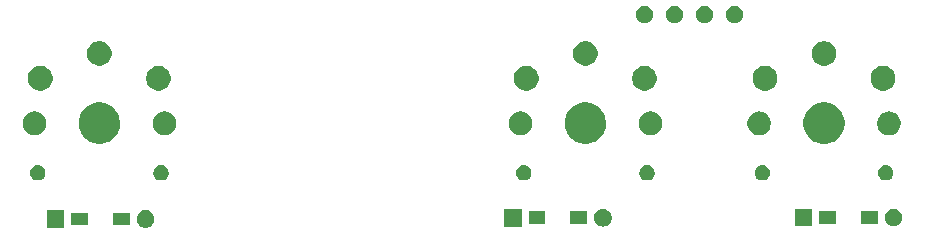
<source format=gbr>
G04 #@! TF.GenerationSoftware,KiCad,Pcbnew,(5.1.6-0-10_14)*
G04 #@! TF.CreationDate,2023-01-09T16:33:12+09:00*
G04 #@! TF.ProjectId,cool644,636f6f6c-3634-4342-9e6b-696361645f70,rev?*
G04 #@! TF.SameCoordinates,Original*
G04 #@! TF.FileFunction,Soldermask,Bot*
G04 #@! TF.FilePolarity,Negative*
%FSLAX46Y46*%
G04 Gerber Fmt 4.6, Leading zero omitted, Abs format (unit mm)*
G04 Created by KiCad (PCBNEW (5.1.6-0-10_14)) date 2023-01-09 16:33:12*
%MOMM*%
%LPD*%
G01*
G04 APERTURE LIST*
%ADD10C,0.100000*%
G04 APERTURE END LIST*
D10*
G36*
X129374425Y133695401D02*
G01*
X129498621Y133670698D01*
X129635022Y133614199D01*
X129757779Y133532175D01*
X129862175Y133427779D01*
X129944199Y133305022D01*
X130000698Y133168621D01*
X130029500Y133023819D01*
X130029500Y132876181D01*
X130000698Y132731379D01*
X129944199Y132594978D01*
X129862175Y132472221D01*
X129757779Y132367825D01*
X129635022Y132285801D01*
X129498621Y132229302D01*
X129374425Y132204599D01*
X129353820Y132200500D01*
X129206180Y132200500D01*
X129185575Y132204599D01*
X129061379Y132229302D01*
X128924978Y132285801D01*
X128802221Y132367825D01*
X128697825Y132472221D01*
X128615801Y132594978D01*
X128559302Y132731379D01*
X128530500Y132876181D01*
X128530500Y133023819D01*
X128559302Y133168621D01*
X128615801Y133305022D01*
X128697825Y133427779D01*
X128802221Y133532175D01*
X128924978Y133614199D01*
X129061379Y133670698D01*
X129185575Y133695401D01*
X129206180Y133699500D01*
X129353820Y133699500D01*
X129374425Y133695401D01*
G37*
G36*
X122409500Y132200500D02*
G01*
X120910500Y132200500D01*
X120910500Y133699500D01*
X122409500Y133699500D01*
X122409500Y132200500D01*
G37*
G36*
X168094425Y133805401D02*
G01*
X168218621Y133780698D01*
X168355022Y133724199D01*
X168477779Y133642175D01*
X168582175Y133537779D01*
X168664199Y133415022D01*
X168720698Y133278621D01*
X168749500Y133133819D01*
X168749500Y132986181D01*
X168720698Y132841379D01*
X168664199Y132704978D01*
X168582175Y132582221D01*
X168477779Y132477825D01*
X168355022Y132395801D01*
X168218621Y132339302D01*
X168094425Y132314599D01*
X168073820Y132310500D01*
X167926180Y132310500D01*
X167905575Y132314599D01*
X167781379Y132339302D01*
X167644978Y132395801D01*
X167522221Y132477825D01*
X167417825Y132582221D01*
X167335801Y132704978D01*
X167279302Y132841379D01*
X167250500Y132986181D01*
X167250500Y133133819D01*
X167279302Y133278621D01*
X167335801Y133415022D01*
X167417825Y133537779D01*
X167522221Y133642175D01*
X167644978Y133724199D01*
X167781379Y133780698D01*
X167905575Y133805401D01*
X167926180Y133809500D01*
X168073820Y133809500D01*
X168094425Y133805401D01*
G37*
G36*
X161129500Y132310500D02*
G01*
X159630500Y132310500D01*
X159630500Y133809500D01*
X161129500Y133809500D01*
X161129500Y132310500D01*
G37*
G36*
X185749500Y132320500D02*
G01*
X184250500Y132320500D01*
X184250500Y133819500D01*
X185749500Y133819500D01*
X185749500Y132320500D01*
G37*
G36*
X192714425Y133815401D02*
G01*
X192838621Y133790698D01*
X192975022Y133734199D01*
X193097779Y133652175D01*
X193202175Y133547779D01*
X193284199Y133425022D01*
X193340698Y133288621D01*
X193369500Y133143819D01*
X193369500Y132996181D01*
X193340698Y132851379D01*
X193284199Y132714978D01*
X193202175Y132592221D01*
X193097779Y132487825D01*
X192975022Y132405801D01*
X192838621Y132349302D01*
X192714425Y132324599D01*
X192693820Y132320500D01*
X192546180Y132320500D01*
X192525575Y132324599D01*
X192401379Y132349302D01*
X192264978Y132405801D01*
X192142221Y132487825D01*
X192037825Y132592221D01*
X191955801Y132714978D01*
X191899302Y132851379D01*
X191870500Y132996181D01*
X191870500Y133143819D01*
X191899302Y133288621D01*
X191955801Y133425022D01*
X192037825Y133547779D01*
X192142221Y133652175D01*
X192264978Y133734199D01*
X192401379Y133790698D01*
X192525575Y133815401D01*
X192546180Y133819500D01*
X192693820Y133819500D01*
X192714425Y133815401D01*
G37*
G36*
X127946000Y132424000D02*
G01*
X126544000Y132424000D01*
X126544000Y133476000D01*
X127946000Y133476000D01*
X127946000Y132424000D01*
G37*
G36*
X124396000Y132424000D02*
G01*
X122994000Y132424000D01*
X122994000Y133476000D01*
X124396000Y133476000D01*
X124396000Y132424000D01*
G37*
G36*
X163116000Y132534000D02*
G01*
X161714000Y132534000D01*
X161714000Y133586000D01*
X163116000Y133586000D01*
X163116000Y132534000D01*
G37*
G36*
X166666000Y132534000D02*
G01*
X165264000Y132534000D01*
X165264000Y133586000D01*
X166666000Y133586000D01*
X166666000Y132534000D01*
G37*
G36*
X187736000Y132544000D02*
G01*
X186334000Y132544000D01*
X186334000Y133596000D01*
X187736000Y133596000D01*
X187736000Y132544000D01*
G37*
G36*
X191286000Y132544000D02*
G01*
X189884000Y132544000D01*
X189884000Y133596000D01*
X191286000Y133596000D01*
X191286000Y132544000D01*
G37*
G36*
X181699890Y137485983D02*
G01*
X181818364Y137436909D01*
X181924988Y137365665D01*
X182015665Y137274988D01*
X182086909Y137168364D01*
X182135983Y137049890D01*
X182161000Y136924118D01*
X182161000Y136795882D01*
X182135983Y136670110D01*
X182086909Y136551636D01*
X182015665Y136445012D01*
X181924988Y136354335D01*
X181818364Y136283091D01*
X181818363Y136283090D01*
X181818362Y136283090D01*
X181699890Y136234017D01*
X181574119Y136209000D01*
X181445881Y136209000D01*
X181320110Y136234017D01*
X181201638Y136283090D01*
X181201637Y136283090D01*
X181201636Y136283091D01*
X181095012Y136354335D01*
X181004335Y136445012D01*
X180933091Y136551636D01*
X180884017Y136670110D01*
X180859000Y136795882D01*
X180859000Y136924118D01*
X180884017Y137049890D01*
X180933091Y137168364D01*
X181004335Y137274988D01*
X181095012Y137365665D01*
X181201636Y137436909D01*
X181320110Y137485983D01*
X181445881Y137511000D01*
X181574119Y137511000D01*
X181699890Y137485983D01*
G37*
G36*
X161499890Y137485983D02*
G01*
X161618364Y137436909D01*
X161724988Y137365665D01*
X161815665Y137274988D01*
X161886909Y137168364D01*
X161935983Y137049890D01*
X161961000Y136924118D01*
X161961000Y136795882D01*
X161935983Y136670110D01*
X161886909Y136551636D01*
X161815665Y136445012D01*
X161724988Y136354335D01*
X161618364Y136283091D01*
X161618363Y136283090D01*
X161618362Y136283090D01*
X161499890Y136234017D01*
X161374119Y136209000D01*
X161245881Y136209000D01*
X161120110Y136234017D01*
X161001638Y136283090D01*
X161001637Y136283090D01*
X161001636Y136283091D01*
X160895012Y136354335D01*
X160804335Y136445012D01*
X160733091Y136551636D01*
X160684017Y136670110D01*
X160659000Y136795882D01*
X160659000Y136924118D01*
X160684017Y137049890D01*
X160733091Y137168364D01*
X160804335Y137274988D01*
X160895012Y137365665D01*
X161001636Y137436909D01*
X161120110Y137485983D01*
X161245881Y137511000D01*
X161374119Y137511000D01*
X161499890Y137485983D01*
G37*
G36*
X171939890Y137485983D02*
G01*
X172058364Y137436909D01*
X172164988Y137365665D01*
X172255665Y137274988D01*
X172326909Y137168364D01*
X172375983Y137049890D01*
X172401000Y136924118D01*
X172401000Y136795882D01*
X172375983Y136670110D01*
X172326909Y136551636D01*
X172255665Y136445012D01*
X172164988Y136354335D01*
X172058364Y136283091D01*
X172058363Y136283090D01*
X172058362Y136283090D01*
X171939890Y136234017D01*
X171814119Y136209000D01*
X171685881Y136209000D01*
X171560110Y136234017D01*
X171441638Y136283090D01*
X171441637Y136283090D01*
X171441636Y136283091D01*
X171335012Y136354335D01*
X171244335Y136445012D01*
X171173091Y136551636D01*
X171124017Y136670110D01*
X171099000Y136795882D01*
X171099000Y136924118D01*
X171124017Y137049890D01*
X171173091Y137168364D01*
X171244335Y137274988D01*
X171335012Y137365665D01*
X171441636Y137436909D01*
X171560110Y137485983D01*
X171685881Y137511000D01*
X171814119Y137511000D01*
X171939890Y137485983D01*
G37*
G36*
X130789890Y137485983D02*
G01*
X130908364Y137436909D01*
X131014988Y137365665D01*
X131105665Y137274988D01*
X131176909Y137168364D01*
X131225983Y137049890D01*
X131251000Y136924118D01*
X131251000Y136795882D01*
X131225983Y136670110D01*
X131176909Y136551636D01*
X131105665Y136445012D01*
X131014988Y136354335D01*
X130908364Y136283091D01*
X130908363Y136283090D01*
X130908362Y136283090D01*
X130789890Y136234017D01*
X130664119Y136209000D01*
X130535881Y136209000D01*
X130410110Y136234017D01*
X130291638Y136283090D01*
X130291637Y136283090D01*
X130291636Y136283091D01*
X130185012Y136354335D01*
X130094335Y136445012D01*
X130023091Y136551636D01*
X129974017Y136670110D01*
X129949000Y136795882D01*
X129949000Y136924118D01*
X129974017Y137049890D01*
X130023091Y137168364D01*
X130094335Y137274988D01*
X130185012Y137365665D01*
X130291636Y137436909D01*
X130410110Y137485983D01*
X130535881Y137511000D01*
X130664119Y137511000D01*
X130789890Y137485983D01*
G37*
G36*
X120349890Y137485983D02*
G01*
X120468364Y137436909D01*
X120574988Y137365665D01*
X120665665Y137274988D01*
X120736909Y137168364D01*
X120785983Y137049890D01*
X120811000Y136924118D01*
X120811000Y136795882D01*
X120785983Y136670110D01*
X120736909Y136551636D01*
X120665665Y136445012D01*
X120574988Y136354335D01*
X120468364Y136283091D01*
X120468363Y136283090D01*
X120468362Y136283090D01*
X120349890Y136234017D01*
X120224119Y136209000D01*
X120095881Y136209000D01*
X119970110Y136234017D01*
X119851638Y136283090D01*
X119851637Y136283090D01*
X119851636Y136283091D01*
X119745012Y136354335D01*
X119654335Y136445012D01*
X119583091Y136551636D01*
X119534017Y136670110D01*
X119509000Y136795882D01*
X119509000Y136924118D01*
X119534017Y137049890D01*
X119583091Y137168364D01*
X119654335Y137274988D01*
X119745012Y137365665D01*
X119851636Y137436909D01*
X119970110Y137485983D01*
X120095881Y137511000D01*
X120224119Y137511000D01*
X120349890Y137485983D01*
G37*
G36*
X192139890Y137485983D02*
G01*
X192258364Y137436909D01*
X192364988Y137365665D01*
X192455665Y137274988D01*
X192526909Y137168364D01*
X192575983Y137049890D01*
X192601000Y136924118D01*
X192601000Y136795882D01*
X192575983Y136670110D01*
X192526909Y136551636D01*
X192455665Y136445012D01*
X192364988Y136354335D01*
X192258364Y136283091D01*
X192258363Y136283090D01*
X192258362Y136283090D01*
X192139890Y136234017D01*
X192014119Y136209000D01*
X191885881Y136209000D01*
X191760110Y136234017D01*
X191641638Y136283090D01*
X191641637Y136283090D01*
X191641636Y136283091D01*
X191535012Y136354335D01*
X191444335Y136445012D01*
X191373091Y136551636D01*
X191324017Y136670110D01*
X191299000Y136795882D01*
X191299000Y136924118D01*
X191324017Y137049890D01*
X191373091Y137168364D01*
X191444335Y137274988D01*
X191535012Y137365665D01*
X191641636Y137436909D01*
X191760110Y137485983D01*
X191885881Y137511000D01*
X192014119Y137511000D01*
X192139890Y137485983D01*
G37*
G36*
X125777985Y142766140D02*
G01*
X125890748Y142743710D01*
X126022741Y142689037D01*
X126209408Y142611717D01*
X126496196Y142420091D01*
X126740091Y142176196D01*
X126931717Y141889408D01*
X127009037Y141702741D01*
X127063710Y141570748D01*
X127070990Y141534149D01*
X127131000Y141232460D01*
X127131000Y140887540D01*
X127086140Y140662015D01*
X127070990Y140585849D01*
X127063710Y140549253D01*
X126931717Y140230592D01*
X126740091Y139943804D01*
X126496196Y139699909D01*
X126209408Y139508283D01*
X126022741Y139430963D01*
X125890748Y139376290D01*
X125777985Y139353860D01*
X125552460Y139309000D01*
X125207540Y139309000D01*
X124982015Y139353860D01*
X124869252Y139376290D01*
X124737259Y139430963D01*
X124550592Y139508283D01*
X124263804Y139699909D01*
X124019909Y139943804D01*
X123828283Y140230592D01*
X123696290Y140549253D01*
X123689011Y140585849D01*
X123673860Y140662015D01*
X123629000Y140887540D01*
X123629000Y141232460D01*
X123689010Y141534149D01*
X123696290Y141570748D01*
X123750963Y141702741D01*
X123828283Y141889408D01*
X124019909Y142176196D01*
X124263804Y142420091D01*
X124550592Y142611717D01*
X124737259Y142689037D01*
X124869252Y142743710D01*
X124982015Y142766140D01*
X125207540Y142811000D01*
X125552460Y142811000D01*
X125777985Y142766140D01*
G37*
G36*
X166927985Y142766140D02*
G01*
X167040748Y142743710D01*
X167172741Y142689037D01*
X167359408Y142611717D01*
X167646196Y142420091D01*
X167890091Y142176196D01*
X168081717Y141889408D01*
X168159037Y141702741D01*
X168213710Y141570748D01*
X168220990Y141534149D01*
X168281000Y141232460D01*
X168281000Y140887540D01*
X168236140Y140662015D01*
X168220990Y140585849D01*
X168213710Y140549253D01*
X168081717Y140230592D01*
X167890091Y139943804D01*
X167646196Y139699909D01*
X167359408Y139508283D01*
X167172741Y139430963D01*
X167040748Y139376290D01*
X166927985Y139353860D01*
X166702460Y139309000D01*
X166357540Y139309000D01*
X166132015Y139353860D01*
X166019252Y139376290D01*
X165887259Y139430963D01*
X165700592Y139508283D01*
X165413804Y139699909D01*
X165169909Y139943804D01*
X164978283Y140230592D01*
X164846290Y140549253D01*
X164839011Y140585849D01*
X164823860Y140662015D01*
X164779000Y140887540D01*
X164779000Y141232460D01*
X164839010Y141534149D01*
X164846290Y141570748D01*
X164900963Y141702741D01*
X164978283Y141889408D01*
X165169909Y142176196D01*
X165413804Y142420091D01*
X165700592Y142611717D01*
X165887259Y142689037D01*
X166019252Y142743710D01*
X166132015Y142766140D01*
X166357540Y142811000D01*
X166702460Y142811000D01*
X166927985Y142766140D01*
G37*
G36*
X187127985Y142766140D02*
G01*
X187240748Y142743710D01*
X187372741Y142689037D01*
X187559408Y142611717D01*
X187846196Y142420091D01*
X188090091Y142176196D01*
X188281717Y141889408D01*
X188359037Y141702741D01*
X188413710Y141570748D01*
X188420990Y141534149D01*
X188481000Y141232460D01*
X188481000Y140887540D01*
X188436140Y140662015D01*
X188420990Y140585849D01*
X188413710Y140549253D01*
X188281717Y140230592D01*
X188090091Y139943804D01*
X187846196Y139699909D01*
X187559408Y139508283D01*
X187372741Y139430963D01*
X187240748Y139376290D01*
X187127985Y139353860D01*
X186902460Y139309000D01*
X186557540Y139309000D01*
X186332015Y139353860D01*
X186219252Y139376290D01*
X186087259Y139430963D01*
X185900592Y139508283D01*
X185613804Y139699909D01*
X185369909Y139943804D01*
X185178283Y140230592D01*
X185046290Y140549253D01*
X185039011Y140585849D01*
X185023860Y140662015D01*
X184979000Y140887540D01*
X184979000Y141232460D01*
X185039010Y141534149D01*
X185046290Y141570748D01*
X185100963Y141702741D01*
X185178283Y141889408D01*
X185369909Y142176196D01*
X185613804Y142420091D01*
X185900592Y142611717D01*
X186087259Y142689037D01*
X186219252Y142743710D01*
X186332015Y142766140D01*
X186557540Y142811000D01*
X186902460Y142811000D01*
X187127985Y142766140D01*
G37*
G36*
X131075285Y142041766D02*
G01*
X131171981Y142022532D01*
X131354151Y141947074D01*
X131518100Y141837527D01*
X131657527Y141698100D01*
X131767074Y141534151D01*
X131842532Y141351981D01*
X131881000Y141158590D01*
X131881000Y140961410D01*
X131842532Y140768019D01*
X131767074Y140585849D01*
X131657527Y140421900D01*
X131518100Y140282473D01*
X131354151Y140172926D01*
X131171981Y140097468D01*
X131075285Y140078234D01*
X130978591Y140059000D01*
X130781409Y140059000D01*
X130684715Y140078234D01*
X130588019Y140097468D01*
X130405849Y140172926D01*
X130241900Y140282473D01*
X130102473Y140421900D01*
X129992926Y140585849D01*
X129917468Y140768019D01*
X129879000Y140961410D01*
X129879000Y141158590D01*
X129917468Y141351981D01*
X129992926Y141534151D01*
X130102473Y141698100D01*
X130241900Y141837527D01*
X130405849Y141947074D01*
X130588019Y142022532D01*
X130684715Y142041766D01*
X130781409Y142061000D01*
X130978591Y142061000D01*
X131075285Y142041766D01*
G37*
G36*
X172225285Y142041766D02*
G01*
X172321981Y142022532D01*
X172504151Y141947074D01*
X172668100Y141837527D01*
X172807527Y141698100D01*
X172917074Y141534151D01*
X172992532Y141351981D01*
X173031000Y141158590D01*
X173031000Y140961410D01*
X172992532Y140768019D01*
X172917074Y140585849D01*
X172807527Y140421900D01*
X172668100Y140282473D01*
X172504151Y140172926D01*
X172321981Y140097468D01*
X172225285Y140078234D01*
X172128591Y140059000D01*
X171931409Y140059000D01*
X171834715Y140078234D01*
X171738019Y140097468D01*
X171555849Y140172926D01*
X171391900Y140282473D01*
X171252473Y140421900D01*
X171142926Y140585849D01*
X171067468Y140768019D01*
X171029000Y140961410D01*
X171029000Y141158590D01*
X171067468Y141351981D01*
X171142926Y141534151D01*
X171252473Y141698100D01*
X171391900Y141837527D01*
X171555849Y141947074D01*
X171738019Y142022532D01*
X171834715Y142041766D01*
X171931409Y142061000D01*
X172128591Y142061000D01*
X172225285Y142041766D01*
G37*
G36*
X161225285Y142041766D02*
G01*
X161321981Y142022532D01*
X161504151Y141947074D01*
X161668100Y141837527D01*
X161807527Y141698100D01*
X161917074Y141534151D01*
X161992532Y141351981D01*
X162031000Y141158590D01*
X162031000Y140961410D01*
X161992532Y140768019D01*
X161917074Y140585849D01*
X161807527Y140421900D01*
X161668100Y140282473D01*
X161504151Y140172926D01*
X161321981Y140097468D01*
X161225285Y140078234D01*
X161128591Y140059000D01*
X160931409Y140059000D01*
X160834715Y140078234D01*
X160738019Y140097468D01*
X160555849Y140172926D01*
X160391900Y140282473D01*
X160252473Y140421900D01*
X160142926Y140585849D01*
X160067468Y140768019D01*
X160029000Y140961410D01*
X160029000Y141158590D01*
X160067468Y141351981D01*
X160142926Y141534151D01*
X160252473Y141698100D01*
X160391900Y141837527D01*
X160555849Y141947074D01*
X160738019Y142022532D01*
X160834715Y142041766D01*
X160931409Y142061000D01*
X161128591Y142061000D01*
X161225285Y142041766D01*
G37*
G36*
X181425285Y142041766D02*
G01*
X181521981Y142022532D01*
X181704151Y141947074D01*
X181868100Y141837527D01*
X182007527Y141698100D01*
X182117074Y141534151D01*
X182192532Y141351981D01*
X182231000Y141158590D01*
X182231000Y140961410D01*
X182192532Y140768019D01*
X182117074Y140585849D01*
X182007527Y140421900D01*
X181868100Y140282473D01*
X181704151Y140172926D01*
X181521981Y140097468D01*
X181425285Y140078234D01*
X181328591Y140059000D01*
X181131409Y140059000D01*
X181034715Y140078234D01*
X180938019Y140097468D01*
X180755849Y140172926D01*
X180591900Y140282473D01*
X180452473Y140421900D01*
X180342926Y140585849D01*
X180267468Y140768019D01*
X180229000Y140961410D01*
X180229000Y141158590D01*
X180267468Y141351981D01*
X180342926Y141534151D01*
X180452473Y141698100D01*
X180591900Y141837527D01*
X180755849Y141947074D01*
X180938019Y142022532D01*
X181034715Y142041766D01*
X181131409Y142061000D01*
X181328591Y142061000D01*
X181425285Y142041766D01*
G37*
G36*
X192425285Y142041766D02*
G01*
X192521981Y142022532D01*
X192704151Y141947074D01*
X192868100Y141837527D01*
X193007527Y141698100D01*
X193117074Y141534151D01*
X193192532Y141351981D01*
X193231000Y141158590D01*
X193231000Y140961410D01*
X193192532Y140768019D01*
X193117074Y140585849D01*
X193007527Y140421900D01*
X192868100Y140282473D01*
X192704151Y140172926D01*
X192521981Y140097468D01*
X192425285Y140078234D01*
X192328591Y140059000D01*
X192131409Y140059000D01*
X192034715Y140078234D01*
X191938019Y140097468D01*
X191755849Y140172926D01*
X191591900Y140282473D01*
X191452473Y140421900D01*
X191342926Y140585849D01*
X191267468Y140768019D01*
X191229000Y140961410D01*
X191229000Y141158590D01*
X191267468Y141351981D01*
X191342926Y141534151D01*
X191452473Y141698100D01*
X191591900Y141837527D01*
X191755849Y141947074D01*
X191938019Y142022532D01*
X192034715Y142041766D01*
X192131409Y142061000D01*
X192328591Y142061000D01*
X192425285Y142041766D01*
G37*
G36*
X120075285Y142041766D02*
G01*
X120171981Y142022532D01*
X120354151Y141947074D01*
X120518100Y141837527D01*
X120657527Y141698100D01*
X120767074Y141534151D01*
X120842532Y141351981D01*
X120881000Y141158590D01*
X120881000Y140961410D01*
X120842532Y140768019D01*
X120767074Y140585849D01*
X120657527Y140421900D01*
X120518100Y140282473D01*
X120354151Y140172926D01*
X120171981Y140097468D01*
X120075285Y140078234D01*
X119978591Y140059000D01*
X119781409Y140059000D01*
X119684715Y140078234D01*
X119588019Y140097468D01*
X119405849Y140172926D01*
X119241900Y140282473D01*
X119102473Y140421900D01*
X118992926Y140585849D01*
X118917468Y140768019D01*
X118879000Y140961410D01*
X118879000Y141158590D01*
X118917468Y141351981D01*
X118992926Y141534151D01*
X119102473Y141698100D01*
X119241900Y141837527D01*
X119405849Y141947074D01*
X119588019Y142022532D01*
X119684715Y142041766D01*
X119781409Y142061000D01*
X119978591Y142061000D01*
X120075285Y142041766D01*
G37*
G36*
X171836564Y145870611D02*
G01*
X172027833Y145791385D01*
X172027835Y145791384D01*
X172199973Y145676365D01*
X172346365Y145529973D01*
X172461385Y145357833D01*
X172540611Y145166564D01*
X172581000Y144963516D01*
X172581000Y144756484D01*
X172540611Y144553436D01*
X172461385Y144362167D01*
X172461384Y144362165D01*
X172346365Y144190027D01*
X172199973Y144043635D01*
X172027835Y143928616D01*
X172027834Y143928615D01*
X172027833Y143928615D01*
X171836564Y143849389D01*
X171633516Y143809000D01*
X171426484Y143809000D01*
X171223436Y143849389D01*
X171032167Y143928615D01*
X171032166Y143928615D01*
X171032165Y143928616D01*
X170860027Y144043635D01*
X170713635Y144190027D01*
X170598616Y144362165D01*
X170598615Y144362167D01*
X170519389Y144553436D01*
X170479000Y144756484D01*
X170479000Y144963516D01*
X170519389Y145166564D01*
X170598615Y145357833D01*
X170713635Y145529973D01*
X170860027Y145676365D01*
X171032165Y145791384D01*
X171032167Y145791385D01*
X171223436Y145870611D01*
X171426484Y145911000D01*
X171633516Y145911000D01*
X171836564Y145870611D01*
G37*
G36*
X120686564Y145870611D02*
G01*
X120877833Y145791385D01*
X120877835Y145791384D01*
X121049973Y145676365D01*
X121196365Y145529973D01*
X121311385Y145357833D01*
X121390611Y145166564D01*
X121431000Y144963516D01*
X121431000Y144756484D01*
X121390611Y144553436D01*
X121311385Y144362167D01*
X121311384Y144362165D01*
X121196365Y144190027D01*
X121049973Y144043635D01*
X120877835Y143928616D01*
X120877834Y143928615D01*
X120877833Y143928615D01*
X120686564Y143849389D01*
X120483516Y143809000D01*
X120276484Y143809000D01*
X120073436Y143849389D01*
X119882167Y143928615D01*
X119882166Y143928615D01*
X119882165Y143928616D01*
X119710027Y144043635D01*
X119563635Y144190027D01*
X119448616Y144362165D01*
X119448615Y144362167D01*
X119369389Y144553436D01*
X119329000Y144756484D01*
X119329000Y144963516D01*
X119369389Y145166564D01*
X119448615Y145357833D01*
X119563635Y145529973D01*
X119710027Y145676365D01*
X119882165Y145791384D01*
X119882167Y145791385D01*
X120073436Y145870611D01*
X120276484Y145911000D01*
X120483516Y145911000D01*
X120686564Y145870611D01*
G37*
G36*
X161836564Y145870611D02*
G01*
X162027833Y145791385D01*
X162027835Y145791384D01*
X162199973Y145676365D01*
X162346365Y145529973D01*
X162461385Y145357833D01*
X162540611Y145166564D01*
X162581000Y144963516D01*
X162581000Y144756484D01*
X162540611Y144553436D01*
X162461385Y144362167D01*
X162461384Y144362165D01*
X162346365Y144190027D01*
X162199973Y144043635D01*
X162027835Y143928616D01*
X162027834Y143928615D01*
X162027833Y143928615D01*
X161836564Y143849389D01*
X161633516Y143809000D01*
X161426484Y143809000D01*
X161223436Y143849389D01*
X161032167Y143928615D01*
X161032166Y143928615D01*
X161032165Y143928616D01*
X160860027Y144043635D01*
X160713635Y144190027D01*
X160598616Y144362165D01*
X160598615Y144362167D01*
X160519389Y144553436D01*
X160479000Y144756484D01*
X160479000Y144963516D01*
X160519389Y145166564D01*
X160598615Y145357833D01*
X160713635Y145529973D01*
X160860027Y145676365D01*
X161032165Y145791384D01*
X161032167Y145791385D01*
X161223436Y145870611D01*
X161426484Y145911000D01*
X161633516Y145911000D01*
X161836564Y145870611D01*
G37*
G36*
X192036564Y145870611D02*
G01*
X192227833Y145791385D01*
X192227835Y145791384D01*
X192399973Y145676365D01*
X192546365Y145529973D01*
X192661385Y145357833D01*
X192740611Y145166564D01*
X192781000Y144963516D01*
X192781000Y144756484D01*
X192740611Y144553436D01*
X192661385Y144362167D01*
X192661384Y144362165D01*
X192546365Y144190027D01*
X192399973Y144043635D01*
X192227835Y143928616D01*
X192227834Y143928615D01*
X192227833Y143928615D01*
X192036564Y143849389D01*
X191833516Y143809000D01*
X191626484Y143809000D01*
X191423436Y143849389D01*
X191232167Y143928615D01*
X191232166Y143928615D01*
X191232165Y143928616D01*
X191060027Y144043635D01*
X190913635Y144190027D01*
X190798616Y144362165D01*
X190798615Y144362167D01*
X190719389Y144553436D01*
X190679000Y144756484D01*
X190679000Y144963516D01*
X190719389Y145166564D01*
X190798615Y145357833D01*
X190913635Y145529973D01*
X191060027Y145676365D01*
X191232165Y145791384D01*
X191232167Y145791385D01*
X191423436Y145870611D01*
X191626484Y145911000D01*
X191833516Y145911000D01*
X192036564Y145870611D01*
G37*
G36*
X130686564Y145870611D02*
G01*
X130877833Y145791385D01*
X130877835Y145791384D01*
X131049973Y145676365D01*
X131196365Y145529973D01*
X131311385Y145357833D01*
X131390611Y145166564D01*
X131431000Y144963516D01*
X131431000Y144756484D01*
X131390611Y144553436D01*
X131311385Y144362167D01*
X131311384Y144362165D01*
X131196365Y144190027D01*
X131049973Y144043635D01*
X130877835Y143928616D01*
X130877834Y143928615D01*
X130877833Y143928615D01*
X130686564Y143849389D01*
X130483516Y143809000D01*
X130276484Y143809000D01*
X130073436Y143849389D01*
X129882167Y143928615D01*
X129882166Y143928615D01*
X129882165Y143928616D01*
X129710027Y144043635D01*
X129563635Y144190027D01*
X129448616Y144362165D01*
X129448615Y144362167D01*
X129369389Y144553436D01*
X129329000Y144756484D01*
X129329000Y144963516D01*
X129369389Y145166564D01*
X129448615Y145357833D01*
X129563635Y145529973D01*
X129710027Y145676365D01*
X129882165Y145791384D01*
X129882167Y145791385D01*
X130073436Y145870611D01*
X130276484Y145911000D01*
X130483516Y145911000D01*
X130686564Y145870611D01*
G37*
G36*
X182036564Y145870611D02*
G01*
X182227833Y145791385D01*
X182227835Y145791384D01*
X182399973Y145676365D01*
X182546365Y145529973D01*
X182661385Y145357833D01*
X182740611Y145166564D01*
X182781000Y144963516D01*
X182781000Y144756484D01*
X182740611Y144553436D01*
X182661385Y144362167D01*
X182661384Y144362165D01*
X182546365Y144190027D01*
X182399973Y144043635D01*
X182227835Y143928616D01*
X182227834Y143928615D01*
X182227833Y143928615D01*
X182036564Y143849389D01*
X181833516Y143809000D01*
X181626484Y143809000D01*
X181423436Y143849389D01*
X181232167Y143928615D01*
X181232166Y143928615D01*
X181232165Y143928616D01*
X181060027Y144043635D01*
X180913635Y144190027D01*
X180798616Y144362165D01*
X180798615Y144362167D01*
X180719389Y144553436D01*
X180679000Y144756484D01*
X180679000Y144963516D01*
X180719389Y145166564D01*
X180798615Y145357833D01*
X180913635Y145529973D01*
X181060027Y145676365D01*
X181232165Y145791384D01*
X181232167Y145791385D01*
X181423436Y145870611D01*
X181626484Y145911000D01*
X181833516Y145911000D01*
X182036564Y145870611D01*
G37*
G36*
X187036564Y147970611D02*
G01*
X187227833Y147891385D01*
X187227835Y147891384D01*
X187399973Y147776365D01*
X187546365Y147629973D01*
X187661385Y147457833D01*
X187740611Y147266564D01*
X187781000Y147063516D01*
X187781000Y146856484D01*
X187740611Y146653436D01*
X187661385Y146462167D01*
X187661384Y146462165D01*
X187546365Y146290027D01*
X187399973Y146143635D01*
X187227835Y146028616D01*
X187227834Y146028615D01*
X187227833Y146028615D01*
X187036564Y145949389D01*
X186833516Y145909000D01*
X186626484Y145909000D01*
X186423436Y145949389D01*
X186232167Y146028615D01*
X186232166Y146028615D01*
X186232165Y146028616D01*
X186060027Y146143635D01*
X185913635Y146290027D01*
X185798616Y146462165D01*
X185798615Y146462167D01*
X185719389Y146653436D01*
X185679000Y146856484D01*
X185679000Y147063516D01*
X185719389Y147266564D01*
X185798615Y147457833D01*
X185913635Y147629973D01*
X186060027Y147776365D01*
X186232165Y147891384D01*
X186232167Y147891385D01*
X186423436Y147970611D01*
X186626484Y148011000D01*
X186833516Y148011000D01*
X187036564Y147970611D01*
G37*
G36*
X125686564Y147970611D02*
G01*
X125877833Y147891385D01*
X125877835Y147891384D01*
X126049973Y147776365D01*
X126196365Y147629973D01*
X126311385Y147457833D01*
X126390611Y147266564D01*
X126431000Y147063516D01*
X126431000Y146856484D01*
X126390611Y146653436D01*
X126311385Y146462167D01*
X126311384Y146462165D01*
X126196365Y146290027D01*
X126049973Y146143635D01*
X125877835Y146028616D01*
X125877834Y146028615D01*
X125877833Y146028615D01*
X125686564Y145949389D01*
X125483516Y145909000D01*
X125276484Y145909000D01*
X125073436Y145949389D01*
X124882167Y146028615D01*
X124882166Y146028615D01*
X124882165Y146028616D01*
X124710027Y146143635D01*
X124563635Y146290027D01*
X124448616Y146462165D01*
X124448615Y146462167D01*
X124369389Y146653436D01*
X124329000Y146856484D01*
X124329000Y147063516D01*
X124369389Y147266564D01*
X124448615Y147457833D01*
X124563635Y147629973D01*
X124710027Y147776365D01*
X124882165Y147891384D01*
X124882167Y147891385D01*
X125073436Y147970611D01*
X125276484Y148011000D01*
X125483516Y148011000D01*
X125686564Y147970611D01*
G37*
G36*
X166836564Y147970611D02*
G01*
X167027833Y147891385D01*
X167027835Y147891384D01*
X167199973Y147776365D01*
X167346365Y147629973D01*
X167461385Y147457833D01*
X167540611Y147266564D01*
X167581000Y147063516D01*
X167581000Y146856484D01*
X167540611Y146653436D01*
X167461385Y146462167D01*
X167461384Y146462165D01*
X167346365Y146290027D01*
X167199973Y146143635D01*
X167027835Y146028616D01*
X167027834Y146028615D01*
X167027833Y146028615D01*
X166836564Y145949389D01*
X166633516Y145909000D01*
X166426484Y145909000D01*
X166223436Y145949389D01*
X166032167Y146028615D01*
X166032166Y146028615D01*
X166032165Y146028616D01*
X165860027Y146143635D01*
X165713635Y146290027D01*
X165598616Y146462165D01*
X165598615Y146462167D01*
X165519389Y146653436D01*
X165479000Y146856484D01*
X165479000Y147063516D01*
X165519389Y147266564D01*
X165598615Y147457833D01*
X165713635Y147629973D01*
X165860027Y147776365D01*
X166032165Y147891384D01*
X166032167Y147891385D01*
X166223436Y147970611D01*
X166426484Y148011000D01*
X166633516Y148011000D01*
X166836564Y147970611D01*
G37*
G36*
X171634425Y151015401D02*
G01*
X171758621Y150990698D01*
X171895022Y150934199D01*
X172017779Y150852175D01*
X172122175Y150747779D01*
X172204199Y150625022D01*
X172260698Y150488621D01*
X172289500Y150343819D01*
X172289500Y150196181D01*
X172260698Y150051379D01*
X172204199Y149914978D01*
X172122175Y149792221D01*
X172017779Y149687825D01*
X171895022Y149605801D01*
X171758621Y149549302D01*
X171634425Y149524599D01*
X171613820Y149520500D01*
X171466180Y149520500D01*
X171445575Y149524599D01*
X171321379Y149549302D01*
X171184978Y149605801D01*
X171062221Y149687825D01*
X170957825Y149792221D01*
X170875801Y149914978D01*
X170819302Y150051379D01*
X170790500Y150196181D01*
X170790500Y150343819D01*
X170819302Y150488621D01*
X170875801Y150625022D01*
X170957825Y150747779D01*
X171062221Y150852175D01*
X171184978Y150934199D01*
X171321379Y150990698D01*
X171445575Y151015401D01*
X171466180Y151019500D01*
X171613820Y151019500D01*
X171634425Y151015401D01*
G37*
G36*
X174174425Y151015401D02*
G01*
X174298621Y150990698D01*
X174435022Y150934199D01*
X174557779Y150852175D01*
X174662175Y150747779D01*
X174744199Y150625022D01*
X174800698Y150488621D01*
X174829500Y150343819D01*
X174829500Y150196181D01*
X174800698Y150051379D01*
X174744199Y149914978D01*
X174662175Y149792221D01*
X174557779Y149687825D01*
X174435022Y149605801D01*
X174298621Y149549302D01*
X174174425Y149524599D01*
X174153820Y149520500D01*
X174006180Y149520500D01*
X173985575Y149524599D01*
X173861379Y149549302D01*
X173724978Y149605801D01*
X173602221Y149687825D01*
X173497825Y149792221D01*
X173415801Y149914978D01*
X173359302Y150051379D01*
X173330500Y150196181D01*
X173330500Y150343819D01*
X173359302Y150488621D01*
X173415801Y150625022D01*
X173497825Y150747779D01*
X173602221Y150852175D01*
X173724978Y150934199D01*
X173861379Y150990698D01*
X173985575Y151015401D01*
X174006180Y151019500D01*
X174153820Y151019500D01*
X174174425Y151015401D01*
G37*
G36*
X179254425Y151015401D02*
G01*
X179378621Y150990698D01*
X179515022Y150934199D01*
X179637779Y150852175D01*
X179742175Y150747779D01*
X179824199Y150625022D01*
X179880698Y150488621D01*
X179909500Y150343819D01*
X179909500Y150196181D01*
X179880698Y150051379D01*
X179824199Y149914978D01*
X179742175Y149792221D01*
X179637779Y149687825D01*
X179515022Y149605801D01*
X179378621Y149549302D01*
X179254425Y149524599D01*
X179233820Y149520500D01*
X179086180Y149520500D01*
X179065575Y149524599D01*
X178941379Y149549302D01*
X178804978Y149605801D01*
X178682221Y149687825D01*
X178577825Y149792221D01*
X178495801Y149914978D01*
X178439302Y150051379D01*
X178410500Y150196181D01*
X178410500Y150343819D01*
X178439302Y150488621D01*
X178495801Y150625022D01*
X178577825Y150747779D01*
X178682221Y150852175D01*
X178804978Y150934199D01*
X178941379Y150990698D01*
X179065575Y151015401D01*
X179086180Y151019500D01*
X179233820Y151019500D01*
X179254425Y151015401D01*
G37*
G36*
X176714425Y151015401D02*
G01*
X176838621Y150990698D01*
X176975022Y150934199D01*
X177097779Y150852175D01*
X177202175Y150747779D01*
X177284199Y150625022D01*
X177340698Y150488621D01*
X177369500Y150343819D01*
X177369500Y150196181D01*
X177340698Y150051379D01*
X177284199Y149914978D01*
X177202175Y149792221D01*
X177097779Y149687825D01*
X176975022Y149605801D01*
X176838621Y149549302D01*
X176714425Y149524599D01*
X176693820Y149520500D01*
X176546180Y149520500D01*
X176525575Y149524599D01*
X176401379Y149549302D01*
X176264978Y149605801D01*
X176142221Y149687825D01*
X176037825Y149792221D01*
X175955801Y149914978D01*
X175899302Y150051379D01*
X175870500Y150196181D01*
X175870500Y150343819D01*
X175899302Y150488621D01*
X175955801Y150625022D01*
X176037825Y150747779D01*
X176142221Y150852175D01*
X176264978Y150934199D01*
X176401379Y150990698D01*
X176525575Y151015401D01*
X176546180Y151019500D01*
X176693820Y151019500D01*
X176714425Y151015401D01*
G37*
M02*

</source>
